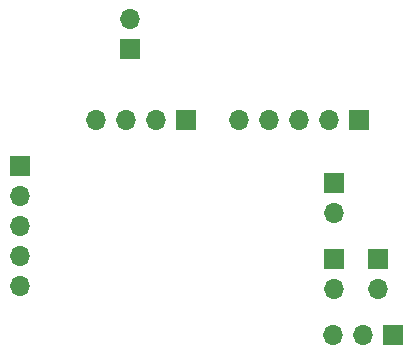
<source format=gbr>
G04 #@! TF.GenerationSoftware,KiCad,Pcbnew,(5.1.5)-3*
G04 #@! TF.CreationDate,2020-09-27T12:59:51-04:00*
G04 #@! TF.ProjectId,LED Driver STM,4c454420-4472-4697-9665-722053544d2e,rev?*
G04 #@! TF.SameCoordinates,Original*
G04 #@! TF.FileFunction,Copper,L2,Bot*
G04 #@! TF.FilePolarity,Positive*
%FSLAX46Y46*%
G04 Gerber Fmt 4.6, Leading zero omitted, Abs format (unit mm)*
G04 Created by KiCad (PCBNEW (5.1.5)-3) date 2020-09-27 12:59:51*
%MOMM*%
%LPD*%
G04 APERTURE LIST*
%ADD10O,1.700000X1.700000*%
%ADD11R,1.700000X1.700000*%
G04 APERTURE END LIST*
D10*
X127620000Y-129400000D03*
X130160000Y-129400000D03*
D11*
X132700000Y-129400000D03*
D10*
X127700000Y-119140000D03*
D11*
X127700000Y-116600000D03*
D10*
X127700000Y-125540000D03*
D11*
X127700000Y-123000000D03*
D10*
X131400000Y-125540000D03*
D11*
X131400000Y-123000000D03*
D10*
X101100000Y-125260000D03*
X101100000Y-122720000D03*
X101100000Y-120180000D03*
X101100000Y-117640000D03*
D11*
X101100000Y-115100000D03*
D10*
X110400000Y-102660000D03*
D11*
X110400000Y-105200000D03*
D10*
X119640000Y-111200000D03*
X122180000Y-111200000D03*
X124720000Y-111200000D03*
X127260000Y-111200000D03*
D11*
X129800000Y-111200000D03*
D10*
X107580000Y-111200000D03*
X110120000Y-111200000D03*
X112660000Y-111200000D03*
D11*
X115200000Y-111200000D03*
M02*

</source>
